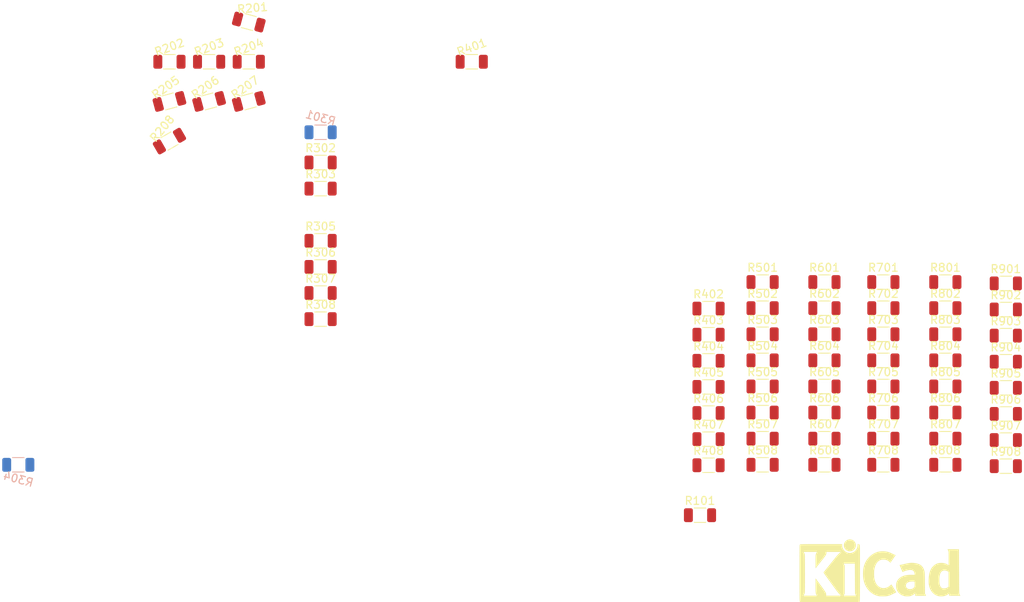
<source format=kicad_pcb>
(kicad_pcb (version 20231231) (generator "pcbnew") (generator_version "7.99")
  (layers (0 "F.Cu" signal) (31 "B.Cu" signal) (34 "B.Paste" user) (35 "F.Paste" user) (36 "B.SilkS" user "B.Silkscreen") (37 "F.SilkS" user "F.Silkscreen") (38 "B.Mask" user) (39 "F.Mask" user) (44 "Edge.Cuts" user))
  (net 0 "")
  (footprint "Resistor_SMD:R_1206_3216Metric" (layer "F.Cu") (at 69.85 43.1 15)
    (property "Reference" "R205" (at 0 -1.820001 35) (layer "F.SilkS"))
    (property "Value" "R")
    (pad "1" smd roundrect (at -1.462501 0 15) (size 1.125 1.75) (layers "F.Cu" "F.Paste" "F.Mask") (roundrect_rratio 0.222222))
    (pad "2" smd roundrect (at 1.462501 0 15) (size 1.125 1.75) (layers "F.Cu" "F.Paste" "F.Mask") (roundrect_rratio 0.222222))
  )
  (footprint "Resistor_SMD:R_1206_3216Metric" (layer "F.Cu") (at 175.26 66.04)
    (property "Reference" "R901" (at 0 -1.82 0) (layer "F.SilkS"))
    (property "Value" "R")
    (pad "1" smd roundrect (at -1.4625 0) (size 1.125 1.75) (layers "F.Cu" "F.Paste" "F.Mask") (roundrect_rratio 0.222222))
    (pad "2" smd roundrect (at 1.4625 0) (size 1.125 1.75) (layers "F.Cu" "F.Paste" "F.Mask") (roundrect_rratio 0.222222))
  )
  (footprint "Resistor_SMD:R_1206_3216Metric" (layer "F.Cu") (at 159.8275 79.03)
    (property "Reference" "R705" (at 0 -1.82 0) (layer "F.SilkS"))
    (property "Value" "R")
    (pad "1" smd roundrect (at -1.4625 0) (size 1.125 1.75) (layers "F.Cu" "F.Paste" "F.Mask") (roundrect_rratio 0.222222))
    (pad "2" smd roundrect (at 1.4625 0) (size 1.125 1.75) (layers "F.Cu" "F.Paste" "F.Mask") (roundrect_rratio 0.222222))
  )
  (footprint "Resistor_SMD:R_1206_3216Metric" (layer "F.Cu") (at 107.95 38.1)
    (property "Reference" "R401" (at 0 -1.82 20) (layer "F.SilkS"))
    (property "Value" "R")
    (pad "1" smd roundrect (at -1.4625 0) (size 1.125 1.75) (layers "F.Cu" "F.Paste" "F.Mask") (roundrect_rratio 0.222222))
    (pad "2" smd roundrect (at 1.4625 0) (size 1.125 1.75) (layers "F.Cu" "F.Paste" "F.Mask") (roundrect_rratio 0.222222))
  )
  (footprint "Resistor_SMD:R_1206_3216Metric" (layer "F.Cu") (at 175.26 82.49)
    (property "Reference" "R906" (at 0 -1.82 0) (layer "F.SilkS"))
    (property "Value" "R")
    (pad "1" smd roundrect (at -1.4625 0) (size 1.125 1.75) (layers "F.Cu" "F.Paste" "F.Mask") (roundrect_rratio 0.222222))
    (pad "2" smd roundrect (at 1.4625 0) (size 1.125 1.75) (layers "F.Cu" "F.Paste" "F.Mask") (roundrect_rratio 0.222222))
  )
  (footprint "Resistor_SMD:R_1206_3216Metric" (layer "F.Cu") (at 88.9 70.54)
    (property "Reference" "R308" (at 0 -1.82 0) (layer "F.SilkS"))
    (property "Value" "R")
    (pad "1" smd roundrect (at -1.4625 0) (size 1.125 1.75) (layers "F.Cu" "F.Paste" "F.Mask") (roundrect_rratio 0.222222))
    (pad "2" smd roundrect (at 1.4625 0) (size 1.125 1.75) (layers "F.Cu" "F.Paste" "F.Mask") (roundrect_rratio 0.222222))
  )
  (footprint "Resistor_SMD:R_1206_3216Metric" (layer "F.Cu") (at 175.26 72.62)
    (property "Reference" "R903" (at 0 -1.82 0) (layer "F.SilkS"))
    (property "Value" "R")
    (pad "1" smd roundrect (at -1.4625 0) (size 1.125 1.75) (layers "F.Cu" "F.Paste" "F.Mask") (roundrect_rratio 0.222222))
    (pad "2" smd roundrect (at 1.4625 0) (size 1.125 1.75) (layers "F.Cu" "F.Paste" "F.Mask") (roundrect_rratio 0.222222))
  )
  (footprint "Resistor_SMD:R_1206_3216Metric" (layer "F.Cu") (at 137.795 88.955)
    (property "Reference" "R408" (at 0 -1.82 0) (layer "F.SilkS"))
    (property "Value" "R")
    (pad "1" smd roundrect (at -1.4625 0) (size 1.125 1.75) (layers "F.Cu" "F.Paste" "F.Mask") (roundrect_rratio 0.222222))
    (pad "2" smd roundrect (at 1.4625 0) (size 1.125 1.75) (layers "F.Cu" "F.Paste" "F.Mask") (roundrect_rratio 0.222222))
  )
  (footprint "Resistor_SMD:R_1206_3216Metric" (layer "F.Cu") (at 152.4 65.87)
    (property "Reference" "R601" (at 0 -1.82 0) (layer "F.SilkS"))
    (property "Value" "R")
    (pad "1" smd roundrect (at -1.4625 0) (size 1.125 1.75) (layers "F.Cu" "F.Paste" "F.Mask") (roundrect_rratio 0.222222))
    (pad "2" smd roundrect (at 1.4625 0) (size 1.125 1.75) (layers "F.Cu" "F.Paste" "F.Mask") (roundrect_rratio 0.222222))
  )
  (footprint "Resistor_SMD:R_1206_3216Metric" (layer "F.Cu") (at 152.4 75.74)
    (property "Reference" "R604" (at 0 -1.82 0) (layer "F.SilkS"))
    (property "Value" "R")
    (pad "1" smd roundrect (at -1.4625 0) (size 1.125 1.75) (layers "F.Cu" "F.Paste" "F.Mask") (roundrect_rratio 0.222222))
    (pad "2" smd roundrect (at 1.4625 0) (size 1.125 1.75) (layers "F.Cu" "F.Paste" "F.Mask") (roundrect_rratio 0.222222))
  )
  (footprint "Resistor_SMD:R_1206_3216Metric" (layer "F.Cu") (at 175.26 89.07)
    (property "Reference" "R908" (at 0 -1.82 0) (layer "F.SilkS"))
    (property "Value" "R")
    (pad "1" smd roundrect (at -1.4625 0) (size 1.125 1.75) (layers "F.Cu" "F.Paste" "F.Mask") (roundrect_rratio 0.222222))
    (pad "2" smd roundrect (at 1.4625 0) (size 1.125 1.75) (layers "F.Cu" "F.Paste" "F.Mask") (roundrect_rratio 0.222222))
  )
  (footprint "Resistor_SMD:R_1206_3216Metric" (layer "F.Cu") (at 74.85 43.1 15)
    (property "Reference" "R206" (at 0 -1.820001 35) (layer "F.SilkS"))
    (property "Value" "R")
    (pad "1" smd roundrect (at -1.462501 0 15) (size 1.125 1.75) (layers "F.Cu" "F.Paste" "F.Mask") (roundrect_rratio 0.222222))
    (pad "2" smd roundrect (at 1.462501 0 15) (size 1.125 1.75) (layers "F.Cu" "F.Paste" "F.Mask") (roundrect_rratio 0.222222))
  )
  (footprint "Resistor_SMD:R_1206_3216Metric" (layer "F.Cu") (at 175.26 75.91)
    (property "Reference" "R904" (at 0 -1.82 0) (layer "F.SilkS"))
    (property "Value" "R")
    (pad "1" smd roundrect (at -1.4625 0) (size 1.125 1.75) (layers "F.Cu" "F.Paste" "F.Mask") (roundrect_rratio 0.222222))
    (pad "2" smd roundrect (at 1.4625 0) (size 1.125 1.75) (layers "F.Cu" "F.Paste" "F.Mask") (roundrect_rratio 0.222222))
  )
  (footprint "Resistor_SMD:R_1206_3216Metric" (layer "F.Cu") (at 159.8275 88.9)
    (property "Reference" "R708" (at 0 -1.82 0) (layer "F.SilkS"))
    (property "Value" "R")
    (pad "1" smd roundrect (at -1.4625 0) (size 1.125 1.75) (layers "F.Cu" "F.Paste" "F.Mask") (roundrect_rratio 0.222222))
    (pad "2" smd roundrect (at 1.4625 0) (size 1.125 1.75) (layers "F.Cu" "F.Paste" "F.Mask") (roundrect_rratio 0.222222))
  )
  (footprint "Resistor_SMD:R_1206_3216Metric" (layer "F.Cu") (at 167.64 65.87)
    (property "Reference" "R801" (at 0 -1.82 0) (layer "F.SilkS"))
    (property "Value" "R")
    (pad "1" smd roundrect (at -1.4625 0) (size 1.125 1.75) (layers "F.Cu" "F.Paste" "F.Mask") (roundrect_rratio 0.222222))
    (pad "2" smd roundrect (at 1.4625 0) (size 1.125 1.75) (layers "F.Cu" "F.Paste" "F.Mask") (roundrect_rratio 0.222222))
  )
  (footprint "Resistor_SMD:R_1206_3216Metric" (layer "F.Cu") (at 69.85 38.1)
    (property "Reference" "R202" (at 0 -1.82 20) (layer "F.SilkS"))
    (property "Value" "R")
    (pad "1" smd roundrect (at -1.4625 0) (size 1.125 1.75) (layers "F.Cu" "F.Paste" "F.Mask") (roundrect_rratio 0.222222))
    (pad "2" smd roundrect (at 1.4625 0) (size 1.125 1.75) (layers "F.Cu" "F.Paste" "F.Mask") (roundrect_rratio 0.222222))
  )
  (footprint "Resistor_SMD:R_1206_3216Metric" (layer "F.Cu") (at 175.26 69.33)
    (property "Reference" "R902" (at 0 -1.82 0) (layer "F.SilkS"))
    (property "Value" "R")
    (pad "1" smd roundrect (at -1.4625 0) (size 1.125 1.75) (layers "F.Cu" "F.Paste" "F.Mask") (roundrect_rratio 0.222222))
    (pad "2" smd roundrect (at 1.4625 0) (size 1.125 1.75) (layers "F.Cu" "F.Paste" "F.Mask") (roundrect_rratio 0.222222))
  )
  (footprint "Resistor_SMD:R_1206_3216Metric" (layer "F.Cu") (at 159.8275 82.32)
    (property "Reference" "R706" (at 0 -1.82 0) (layer "F.SilkS"))
    (property "Value" "R")
    (pad "1" smd roundrect (at -1.4625 0) (size 1.125 1.75) (layers "F.Cu" "F.Paste" "F.Mask") (roundrect_rratio 0.222222))
    (pad "2" smd roundrect (at 1.4625 0) (size 1.125 1.75) (layers "F.Cu" "F.Paste" "F.Mask") (roundrect_rratio 0.222222))
  )
  (footprint "Resistor_SMD:R_1206_3216Metric" (layer "F.Cu") (at 88.9 63.96)
    (property "Reference" "R306" (at 0 -1.82 0) (layer "F.SilkS"))
    (property "Value" "R")
    (pad "1" smd roundrect (at -1.4625 0) (size 1.125 1.75) (layers "F.Cu" "F.Paste" "F.Mask") (roundrect_rratio 0.222222))
    (pad "2" smd roundrect (at 1.4625 0) (size 1.125 1.75) (layers "F.Cu" "F.Paste" "F.Mask") (roundrect_rratio 0.222222))
  )
  (footprint "Resistor_SMD:R_1206_3216Metric" (layer "F.Cu") (at 137.795 75.795)
    (property "Reference" "R404" (at 0 -1.82 0) (layer "F.SilkS"))
    (property "Value" "R")
    (pad "1" smd roundrect (at -1.4625 0) (size 1.125 1.75) (layers "F.Cu" "F.Paste" "F.Mask") (roundrect_rratio 0.222222))
    (pad "2" smd roundrect (at 1.4625 0) (size 1.125 1.75) (layers "F.Cu" "F.Paste" "F.Mask") (roundrect_rratio 0.222222))
  )
  (footprint "Resistor_SMD:R_1206_3216Metric" (layer "F.Cu") (at 88.9 50.8)
    (property "Reference" "R302" (at 0 -1.82 0) (layer "F.SilkS"))
    (property "Value" "R")
    (pad "1" smd roundrect (at -1.4625 0) (size 1.125 1.75) (layers "F.Cu" "F.Paste" "F.Mask") (roundrect_rratio 0.222222))
    (pad "2" smd roundrect (at 1.4625 0) (size 1.125 1.75) (layers "F.Cu" "F.Paste" "F.Mask") (roundrect_rratio 0.222222))
  )
  (footprint "Resistor_SMD:R_1206_3216Metric" (layer "F.Cu") (at 144.6075 79.03)
    (property "Reference" "R505" (at 0 -1.82 0) (layer "F.SilkS"))
    (property "Value" "R")
    (pad "1" smd roundrect (at -1.4625 0) (size 1.125 1.75) (layers "F.Cu" "F.Paste" "F.Mask") (roundrect_rratio 0.222222))
    (pad "2" smd roundrect (at 1.4625 0) (size 1.125 1.75) (layers "F.Cu" "F.Paste" "F.Mask") (roundrect_rratio 0.222222))
  )
  (footprint "Resistor_SMD:R_1206_3216Metric" (layer "F.Cu") (at 88.9 67.25)
    (property "Reference" "R307" (at 0 -1.82 0) (layer "F.SilkS"))
    (property "Value" "R")
    (pad "1" smd roundrect (at -1.4625 0) (size 1.125 1.75) (layers "F.Cu" "F.Paste" "F.Mask") (roundrect_rratio 0.222222))
    (pad "2" smd roundrect (at 1.4625 0) (size 1.125 1.75) (layers "F.Cu" "F.Paste" "F.Mask") (roundrect_rratio 0.222222))
  )
  (footprint "Resistor_SMD:R_1206_3216Metric" (layer "F.Cu") (at 167.64 88.9)
    (property "Reference" "R808" (at 0 -1.82 0) (layer "F.SilkS"))
    (property "Value" "R")
    (pad "1" smd roundrect (at -1.4625 0) (size 1.125 1.75) (layers "F.Cu" "F.Paste" "F.Mask") (roundrect_rratio 0.222222))
    (pad "2" smd roundrect (at 1.4625 0) (size 1.125 1.75) (layers "F.Cu" "F.Paste" "F.Mask") (roundrect_rratio 0.222222))
  )
  (footprint "Resistor_SMD:R_1206_3216Metric" (layer "F.Cu") (at 136.7175 95.25)
    (property "Reference" "R101" (at 0 -1.82 0) (layer "F.SilkS"))
    (property "Value" "R")
    (pad "1" smd roundrect (at -1.4625 0) (size 1.125 1.75) (layers "F.Cu" "F.Paste" "F.Mask") (roundrect_rratio 0.222222))
    (pad "2" smd roundrect (at 1.4625 0) (size 1.125 1.75) (layers "F.Cu" "F.Paste" "F.Mask") (roundrect_rratio 0.222222))
  )
  (footprint "Resistor_SMD:R_1206_3216Metric" (layer "F.Cu") (at 175.26 85.78)
    (property "Reference" "R907" (at 0 -1.82 0) (layer "F.SilkS"))
    (property "Value" "R")
    (pad "1" smd roundrect (at -1.4625 0) (size 1.125 1.75) (layers "F.Cu" "F.Paste" "F.Mask") (roundrect_rratio 0.222222))
    (pad "2" smd roundrect (at 1.4625 0) (size 1.125 1.75) (layers "F.Cu" "F.Paste" "F.Mask") (roundrect_rratio 0.222222))
  )
  (footprint "Resistor_SMD:R_1206_3216Metric" (layer "F.Cu") (at 152.4 82.32)
    (property "Reference" "R606" (at 0 -1.82 0) (layer "F.SilkS"))
    (property "Value" "R")
    (pad "1" smd roundrect (at -1.4625 0) (size 1.125 1.75) (layers "F.Cu" "F.Paste" "F.Mask") (roundrect_rratio 0.222222))
    (pad "2" smd roundrect (at 1.4625 0) (size 1.125 1.75) (layers "F.Cu" "F.Paste" "F.Mask") (roundrect_rratio 0.222222))
  )
  (footprint "Resistor_SMD:R_1206_3216Metric" (layer "F.Cu") (at 79.85 38.1)
    (property "Reference" "R204" (at 0 -1.82 20) (layer "F.SilkS"))
    (property "Value" "R")
    (pad "1" smd roundrect (at -1.4625 0) (size 1.125 1.75) (layers "F.Cu" "F.Paste" "F.Mask") (roundrect_rratio 0.222222))
    (pad "2" smd roundrect (at 1.4625 0) (size 1.125 1.75) (layers "F.Cu" "F.Paste" "F.Mask") (roundrect_rratio 0.222222))
  )
  (footprint "Resistor_SMD:R_1206_3216Metric" (layer "F.Cu") (at 144.6075 82.32)
    (property "Reference" "R506" (at 0 -1.82 0) (layer "F.SilkS"))
    (property "Value" "R")
    (pad "1" smd roundrect (at -1.4625 0) (size 1.125 1.75) (layers "F.Cu" "F.Paste" "F.Mask") (roundrect_rratio 0.222222))
    (pad "2" smd roundrect (at 1.4625 0) (size 1.125 1.75) (layers "F.Cu" "F.Paste" "F.Mask") (roundrect_rratio 0.222222))
  )
  (footprint "Resistor_SMD:R_1206_3216Metric" (layer "F.Cu") (at 144.6075 72.45)
    (property "Reference" "R503" (at 0 -1.82 0) (layer "F.SilkS"))
    (property "Value" "R")
    (pad "1" smd roundrect (at -1.4625 0) (size 1.125 1.75) (layers "F.Cu" "F.Paste" "F.Mask") (roundrect_rratio 0.222222))
    (pad "2" smd roundrect (at 1.4625 0) (size 1.125 1.75) (layers "F.Cu" "F.Paste" "F.Mask") (roundrect_rratio 0.222222))
  )
  (footprint "Resistor_SMD:R_1206_3216Metric" (layer "F.Cu") (at 144.6075 65.87)
    (property "Reference" "R501" (at 0 -1.82 0) (layer "F.SilkS"))
    (property "Value" "R")
    (pad "1" smd roundrect (at -1.4625 0) (size 1.125 1.75) (layers "F.Cu" "F.Paste" "F.Mask") (roundrect_rratio 0.222222))
    (pad "2" smd roundrect (at 1.4625 0) (size 1.125 1.75) (layers "F.Cu" "F.Paste" "F.Mask") (roundrect_rratio 0.222222))
  )
  (footprint "Resistor_SMD:R_1206_3216Metric" (layer "F.Cu") (at 152.4 85.61)
    (property "Reference" "R607" (at 0 -1.82 0) (layer "F.SilkS"))
    (property "Value" "R")
    (pad "1" smd roundrect (at -1.4625 0) (size 1.125 1.75) (layers "F.Cu" "F.Paste" "F.Mask") (roundrect_rratio 0.222222))
    (pad "2" smd roundrect (at 1.4625 0) (size 1.125 1.75) (layers "F.Cu" "F.Paste" "F.Mask") (roundrect_rratio 0.222222))
  )
  (footprint "Resistor_SMD:R_1206_3216Metric" (layer "F.Cu") (at 167.64 85.61)
    (property "Reference" "R807" (at 0 -1.82 0) (layer "F.SilkS"))
    (property "Value" "R")
    (pad "1" smd roundrect (at -1.4625 0) (size 1.125 1.75) (layers "F.Cu" "F.Paste" "F.Mask") (roundrect_rratio 0.222222))
    (pad "2" smd roundrect (at 1.4625 0) (size 1.125 1.75) (layers "F.Cu" "F.Paste" "F.Mask") (roundrect_rratio 0.222222))
  )
  (footprint "Resistor_SMD:R_1206_3216Metric" (layer "F.Cu") (at 137.795 69.215)
    (property "Reference" "R402" (at 0 -1.82 0) (layer "F.SilkS"))
    (property "Value" "R")
    (pad "1" smd roundrect (at -1.4625 0) (size 1.125 1.75) (layers "F.Cu" "F.Paste" "F.Mask") (roundrect_rratio 0.222222))
    (pad "2" smd roundrect (at 1.4625 0) (size 1.125 1.75) (layers "F.Cu" "F.Paste" "F.Mask") (roundrect_rratio 0.222222))
  )
  (footprint "Resistor_SMD:R_1206_3216Metric" (layer "F.Cu") (at 175.26 79.2)
    (property "Reference" "R905" (at 0 -1.82 0) (layer "F.SilkS"))
    (property "Value" "R")
    (pad "1" smd roundrect (at -1.4625 0) (size 1.125 1.75) (layers "F.Cu" "F.Paste" "F.Mask") (roundrect_rratio 0.222222))
    (pad "2" smd roundrect (at 1.4625 0) (size 1.125 1.75) (layers "F.Cu" "F.Paste" "F.Mask") (roundrect_rratio 0.222222))
  )
  (footprint "Resistor_SMD:R_1206_3216Metric" (layer "F.Cu") (at 167.64 75.74)
    (property "Reference" "R804" (at 0 -1.82 0) (layer "F.SilkS"))
    (property "Value" "R")
    (pad "1" smd roundrect (at -1.4625 0) (size 1.125 1.75) (layers "F.Cu" "F.Paste" "F.Mask") (roundrect_rratio 0.222222))
    (pad "2" smd roundrect (at 1.4625 0) (size 1.125 1.75) (layers "F.Cu" "F.Paste" "F.Mask") (roundrect_rratio 0.222222))
  )
  (footprint "Resistor_SMD:R_1206_3216Metric" (layer "F.Cu") (at 152.4 79.03)
    (property "Reference" "R605" (at 0 -1.82 0) (layer "F.SilkS"))
    (property "Value" "R")
    (pad "1" smd roundrect (at -1.4625 0) (size 1.125 1.75) (layers "F.Cu" "F.Paste" "F.Mask") (roundrect_rratio 0.222222))
    (pad "2" smd roundrect (at 1.4625 0) (size 1.125 1.75) (layers "F.Cu" "F.Paste" "F.Mask") (roundrect_rratio 0.222222))
  )
  (footprint "Resistor_SMD:R_1206_3216Metric" (layer "F.Cu") (at 144.6075 88.9)
    (property "Reference" "R508" (at 0 -1.82 0) (layer "F.SilkS"))
    (property "Value" "R")
    (pad "1" smd roundrect (at -1.4625 0) (size 1.125 1.75) (layers "F.Cu" "F.Paste" "F.Mask") (roundrect_rratio 0.222222))
    (pad "2" smd roundrect (at 1.4625 0) (size 1.125 1.75) (layers "F.Cu" "F.Paste" "F.Mask") (roundrect_rratio 0.222222))
  )
  (footprint "Resistor_SMD:R_1206_3216Metric" (layer "F.Cu") (at 159.8275 69.16)
    (property "Reference" "R702" (at 0 -1.82 0) (layer "F.SilkS"))
    (property "Value" "R")
    (pad "1" smd roundrect (at -1.4625 0) (size 1.125 1.75) (layers "F.Cu" "F.Paste" "F.Mask") (roundrect_rratio 0.222222))
    (pad "2" smd roundrect (at 1.4625 0) (size 1.125 1.75) (layers "F.Cu" "F.Paste" "F.Mask") (roundrect_rratio 0.222222))
  )
  (footprint "Resistor_SMD:R_1206_3216Metric" (layer "F.Cu") (at 159.8275 75.74)
    (property "Reference" "R704" (at 0 -1.82 0) (layer "F.SilkS"))
    (property "Value" "R")
    (pad "1" smd roundrect (at -1.4625 0) (size 1.125 1.75) (layers "F.Cu" "F.Paste" "F.Mask") (roundrect_rratio 0.222222))
    (pad "2" smd roundrect (at 1.4625 0) (size 1.125 1.75) (layers "F.Cu" "F.Paste" "F.Mask") (roundrect_rratio 0.222222))
  )
  (footprint "Resistor_SMD:R_1206_3216Metric" (layer "F.Cu") (at 137.795 72.505)
    (property "Reference" "R403" (at 0 -1.82 0) (layer "F.SilkS"))
    (property "Value" "R")
    (pad "1" smd roundrect (at -1.4625 0) (size 1.125 1.75) (layers "F.Cu" "F.Paste" "F.Mask") (roundrect_rratio 0.222222))
    (pad "2" smd roundrect (at 1.4625 0) (size 1.125 1.75) (layers "F.Cu" "F.Paste" "F.Mask") (roundrect_rratio 0.222222))
  )
  (footprint "Resistor_SMD:R_1206_3216Metric" (layer "F.Cu") (at 152.4 72.45)
    (property "Reference" "R603" (at 0 -1.82 0) (layer "F.SilkS"))
    (property "Value" "R")
    (pad "1" smd roundrect (at -1.4625 0) (size 1.125 1.75) (layers "F.Cu" "F.Paste" "F.Mask") (roundrect_rratio 0.222222))
    (pad "2" smd roundrect (at 1.4625 0) (size 1.125 1.75) (layers "F.Cu" "F.Paste" "F.Mask") (roundrect_rratio 0.222222))
  )
  (footprint "Resistor_SMD:R_1206_3216Metric" (layer "F.Cu") (at 137.795 82.375)
    (property "Reference" "R406" (at 0 -1.82 0) (layer "F.SilkS"))
    (property "Value" "R")
    (pad "1" smd roundrect (at -1.4625 0) (size 1.125 1.75) (layers "F.Cu" "F.Paste" "F.Mask") (roundrect_rratio 0.222222))
    (pad "2" smd roundrect (at 1.4625 0) (size 1.125 1.75) (layers "F.Cu" "F.Paste" "F.Mask") (roundrect_rratio 0.222222))
  )
  (footprint "Resistor_SMD:R_1206_3216Metric" (layer "F.Cu") (at 144.6075 75.74)
    (property "Reference" "R504" (at 0 -1.82 0) (layer "F.SilkS"))
    (property "Value" "R")
    (pad "1" smd roundrect (at -1.4625 0) (size 1.125 1.75) (layers "F.Cu" "F.Paste" "F.Mask") (roundrect_rratio 0.222222))
    (pad "2" smd roundrect (at 1.4625 0) (size 1.125 1.75) (layers "F.Cu" "F.Paste" "F.Mask") (roundrect_rratio 0.222222))
  )
  (footprint "Resistor_SMD:R_1206_3216Metric" (layer "F.Cu") (at 74.85 38.1)
    (property "Reference" "R203" (at 0 -1.82 20) (layer "F.SilkS"))
    (property "Value" "R")
    (pad "1" smd roundrect (at -1.4625 0) (size 1.125 1.75) (layers "F.Cu" "F.Paste" "F.Mask") (roundrect_rratio 0.222222))
    (pad "2" smd roundrect (at 1.4625 0) (size 1.125 1.75) (layers "F.Cu" "F.Paste" "F.Mask") (roundrect_rratio 0.222222))
  )
  (footprint "Resistor_SMD:R_1206_3216Metric" (layer "F.Cu") (at 88.9 60.67)
    (property "Reference" "R305" (at 0 -1.82 0) (layer "F.SilkS"))
    (property "Value" "R")
    (pad "1" smd roundrect (at -1.4625 0) (size 1.125 1.75) (layers "F.Cu" "F.Paste" "F.Mask") (roundrect_rratio 0.222222))
    (pad "2" smd roundrect (at 1.4625 0) (size 1.125 1.75) (layers "F.Cu" "F.Paste" "F.Mask") (roundrect_rratio 0.222222))
  )
  (footprint "Resistor_SMD:R_1206_3216Metric" (layer "F.Cu") (at 167.64 72.45)
    (property "Reference" "R803" (at 0 -1.82 0) (layer "F.SilkS"))
    (property "Value" "R")
    (pad "1" smd roundrect (at -1.4625 0) (size 1.125 1.75) (layers "F.Cu" "F.Paste" "F.Mask") (roundrect_rratio 0.222222))
    (pad "2" smd roundrect (at 1.4625 0) (size 1.125 1.75) (layers "F.Cu" "F.Paste" "F.Mask") (roundrect_rratio 0.222222))
  )
  (footprint "Resistor_SMD:R_1206_3216Metric" (layer "F.Cu") (at 137.795 85.665)
    (property "Reference" "R407" (at 0 -1.82 0) (layer "F.SilkS"))
    (property "Value" "R")
    (pad "1" smd roundrect (at -1.4625 0) (size 1.125 1.75) (layers "F.Cu" "F.Paste" "F.Mask") (roundrect_rratio 0.222222))
    (pad "2" smd roundrect (at 1.4625 0) (size 1.125 1.75) (layers "F.Cu" "F.Paste" "F.Mask") (roundrect_rratio 0.222222))
  )
  (footprint "Resistor_SMD:R_1206_3216Metric" (layer "F.Cu") (at 79.85 33.1 -15)
    (property "Reference" "R201" (at -0.000001 -1.820001 5) (layer "F.SilkS"))
    (property "Value" "R")
    (pad "1" smd roundrect (at -1.462501 0 345) (size 1.125 1.75) (layers "F.Cu" "F.Paste" "F.Mask") (roundrect_rratio 0.222222))
    (pad "2" smd roundrect (at 1.462501 0 345) (size 1.125 1.75) (layers "F.Cu" "F.Paste" "F.Mask") (roundrect_rratio 0.222222))
  )
  (footprint "Resistor_SMD:R_1206_3216Metric" (layer "F.Cu") (at 167.64 82.32)
    (property "Reference" "R806" (at 0 -1.82 0) (layer "F.SilkS"))
    (property "Value" "R")
    (pad "1" smd roundrect (at -1.4625 0) (size 1.125 1.75) (layers "F.Cu" "F.Paste" "F.Mask") (roundrect_rratio 0.222222))
    (pad "2" smd roundrect (at 1.4625 0) (size 1.125 1.75) (layers "F.Cu" "F.Paste" "F.Mask") (roundrect_rratio 0.222222))
  )
  (footprint "Resistor_SMD:R_1206_3216Metric" (layer "F.Cu") (at 152.4 69.16)
    (property "Reference" "R602" (at 0 -1.82 0) (layer "F.SilkS"))
    (property "Value" "R")
    (pad "1" smd roundrect (at -1.4625 0) (size 1.125 1.75) (layers "F.Cu" "F.Paste" "F.Mask") (roundrect_rratio 0.222222))
    (pad "2" smd roundrect (at 1.4625 0) (size 1.125 1.75) (layers "F.Cu" "F.Paste" "F.Mask") (roundrect_rratio 0.222222))
  )
  (footprint "Resistor_SMD:R_1206_3216Metric" (layer "F.Cu") (at 159.8275 72.45)
    (property "Reference" "R703" (at 0 -1.82 0) (layer "F.SilkS"))
    (property "Value" "R")
    (pad "1" smd roundrect (at -1.4625 0) (size 1.125 1.75) (layers "F.Cu" "F.Paste" "F.Mask") (roundrect_rratio 0.222222))
    (pad "2" smd roundrect (at 1.4625 0) (size 1.125 1.75) (layers "F.Cu" "F.Paste" "F.Mask") (roundrect_rratio 0.222222))
  )
  (footprint "Resistor_SMD:R_1206_3216Metric" (layer "F.Cu") (at 69.85 48.1 30)
    (property "Reference" "R208" (at 0 -1.820001 50) (layer "F.SilkS"))
    (property "Value" "R")
    (pad "1" smd roundrect (at -1.4625 0 30) (size 1.125 1.75) (layers "F.Cu" "F.Paste" "F.Mask") (roundrect_rratio 0.222222))
    (pad "2" smd roundrect (at 1.4625 0 30) (size 1.125 1.75) (layers "F.Cu" "F.Paste" "F.Mask") (roundrect_rratio 0.222222))
  )
  (footprint "Resistor_SMD:R_1206_3216Metric" (layer "F.Cu") (at 159.8275 65.87)
    (property "Reference" "R701" (at 0 -1.82 0) (layer "F.SilkS"))
    (property "Value" "R")
    (pad "1" smd roundrect (at -1.4625 0) (size 1.125 1.75) (layers "F.Cu" "F.Paste" "F.Mask") (roundrect_rratio 0.222222))
    (pad "2" smd roundrect (at 1.4625 0) (size 1.125 1.75) (layers "F.Cu" "F.Paste" "F.Mask") (roundrect_rratio 0.222222))
  )
  (footprint "Resistor_SMD:R_1206_3216Metric" (layer "F.Cu") (at 159.8275 85.61)
    (property "Reference" "R707" (at 0 -1.82 0) (layer "F.SilkS"))
    (property "Value" "R")
    (pad "1" smd roundrect (at -1.4625 0) (size 1.125 1.75) (layers "F.Cu" "F.Paste" "F.Mask") (roundrect_rratio 0.222222))
    (pad "2" smd roundrect (at 1.4625 0) (size 1.125 1.75) (layers "F.Cu" "F.Paste" "F.Mask") (roundrect_rratio 0.222222))
  )
  (footprint "Resistor_SMD:R_1206_3216Metric" (layer "F.Cu") (at 167.64 79.03)
    (property "Reference" "R805" (at 0 -1.82 0) (layer "F.SilkS"))
    (property "Value" "R")
    (pad "1" smd roundrect (at -1.4625 0) (size 1.125 1.75) (layers "F.Cu" "F.Paste" "F.Mask") (roundrect_rratio 0.222222))
    (pad "2" smd roundrect (at 1.4625 0) (size 1.125 1.75) (layers "F.Cu" "F.Paste" "F.Mask") (roundrect_rratio 0.222222))
  )
  (footprint "Resistor_SMD:R_1206_3216Metric" (layer "F.Cu") (at 79.85 43.1 15)
    (property "Reference" "R207" (at 0 -1.820001 35) (layer "F.SilkS"))
    (property "Value" "R")
    (pad "1" smd roundrect (at -1.462501 0 15) (size 1.125 1.75) (layers "F.Cu" "F.Paste" "F.Mask") (roundrect_rratio 0.222222))
    (pad "2" smd roundrect (at 1.462501 0 15) (size 1.125 1.75) (layers "F.Cu" "F.Paste" "F.Mask") (roundrect_rratio 0.222222))
  )
  (footprint "Resistor_SMD:R_1206_3216Metric" (layer "F.Cu") (at 152.4 88.9)
    (property "Reference" "R608" (at 0 -1.82 0) (layer "F.SilkS"))
    (property "Value" "R")
    (pad "1" smd roundrect (at -1.4625 0) (size 1.125 1.75) (layers "F.Cu" "F.Paste" "F.Mask") (roundrect_rratio 0.222222))
    (pad "2" smd roundrect (at 1.4625 0) (size 1.125 1.75) (layers "F.Cu" "F.Paste" "F.Mask") (roundrect_rratio 0.222222))
  )
  (footprint "Resistor_SMD:R_1206_3216Metric" (layer "F.Cu") (at 137.795 79.085)
    (property "Reference" "R405" (at 0 -1.82 0) (layer "F.SilkS"))
    (property "Value" "R")
    (pad "1" smd roundrect (at -1.4625 0) (size 1.125 1.75) (layers "F.Cu" "F.Paste" "F.Mask") (roundrect_rratio 0.222222))
    (pad "2" smd roundrect (at 1.4625 0) (size 1.125 1.75) (layers "F.Cu" "F.Paste" "F.Mask") (roundrect_rratio 0.222222))
  )
  (footprint "Resistor_SMD:R_1206_3216Metric" (layer "F.Cu") (at 144.6075 69.16)
    (property "Reference" "R502" (at 0 -1.82 0) (layer "F.SilkS"))
    (property "Value" "R")
    (pad "1" smd roundrect (at -1.4625 0) (size 1.125 1.75) (layers "F.Cu" "F.Paste" "F.Mask") (roundrect_rratio 0.222222))
    (pad "2" smd roundrect (at 1.4625 0) (size 1.125 1.75) (layers "F.Cu" "F.Paste" "F.Mask") (roundrect_rratio 0.222222))
  )
  (footprint "Resistor_SMD:R_1206_3216Metric" (layer "F.Cu") (at 144.6075 85.61)
    (property "Reference" "R507" (at 0 -1.82 0) (layer "F.SilkS"))
    (property "Value" "R")
    (pad "1" smd roundrect (at -1.4625 0) (size 1.125 1.75) (layers "F.Cu" "F.Paste" "F.Mask") (roundrect_rratio 0.222222))
    (pad "2" smd roundrect (at 1.4625 0) (size 1.125 1.75) (layers "F.Cu" "F.Paste" "F.Mask") (roundrect_rratio 0.222222))
  )
  (footprint "Resistor_SMD:R_1206_3216Metric" (layer "F.Cu") (at 88.9 54.09)
    (property "Reference" "R303" (at 0 -1.82 0) (layer "F.SilkS"))
    (property "Value" "R")
    (pad "1" smd roundrect (at -1.4625 0) (size 1.125 1.75) (layers "F.Cu" "F.Paste" "F.Mask") (roundrect_rratio 0.222222))
    (pad "2" smd roundrect (at 1.4625 0) (size 1.125 1.75) (layers "F.Cu" "F.Paste" "F.Mask") (roundrect_rratio 0.222222))
  )
  (footprint "Symbol:KiCad-Logo_8mm_SilkScreen" (layer "F.Cu") (at 159.385 102.235)
    (property "Reference" "REF**" (hide yes))
    (property "Value" "KiCad-Logo_8mm_SilkScreen" (hide yes))
  )
  (footprint "Resistor_SMD:R_1206_3216Metric" (layer "F.Cu") (at 167.64 69.16)
    (property "Reference" "R802" (at 0 -1.82 0) (layer "F.SilkS"))
    (property "Value" "R")
    (pad "1" smd roundrect (at -1.4625 0) (size 1.125 1.75) (layers "F.Cu" "F.Paste" "F.Mask") (roundrect_rratio 0.222222))
    (pad "2" smd roundrect (at 1.4625 0) (size 1.125 1.75) (layers "F.Cu" "F.Paste" "F.Mask") (roundrect_rratio 0.222222))
  )
  (footprint "Resistor_SMD:R_1206_3216Metric" (layer "B.Cu") (at 88.9 46.99 180)
    (property "Reference" "R301" (at 0 1.82 165) (layer "B.SilkS") (effects (justify mirror)))
    (property "Value" "R")
    (pad "1" smd roundrect (at -1.4625 0 180) (size 1.125 1.75) (layers "B.Cu" "B.Paste" "B.Mask") (roundrect_rratio 0.222222))
    (pad "2" smd roundrect (at 1.4625 0 180) (size 1.125 1.75) (layers "B.Cu" "B.Paste" "B.Mask") (roundrect_rratio 0.222222))
  )
  (footprint "Resistor_SMD:R_1206_3216Metric" (layer "B.Cu") (at 50.8 88.9)
    (property "Reference" "R304" (at 0 1.82 165) (layer "B.SilkS") (effects (justify mirror)))
    (property "Value" "R")
    (pad "1" smd roundrect (at -1.4625 0) (size 1.125 1.75) (layers "B.Cu" "B.Paste" "B.Mask") (roundrect_rratio 0.222222))
    (pad "2" smd roundrect (at 1.4625 0) (size 1.125 1.75) (layers "B.Cu" "B.Paste" "B.Mask") (roundrect_rratio 0.222222))
  )
)
</source>
